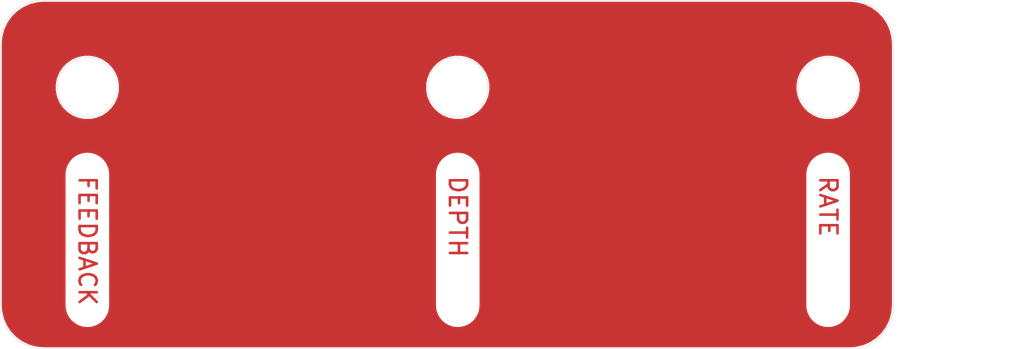
<source format=kicad_pcb>
(kicad_pcb (version 20171130) (host pcbnew "(5.1.4)-1")

  (general
    (thickness 1.6)
    (drawings 20)
    (tracks 0)
    (zones 0)
    (modules 0)
    (nets 1)
  )

  (page A4)
  (layers
    (0 F.Cu signal)
    (31 B.Cu signal)
    (32 B.Adhes user)
    (33 F.Adhes user)
    (34 B.Paste user)
    (35 F.Paste user)
    (36 B.SilkS user)
    (37 F.SilkS user)
    (38 B.Mask user)
    (39 F.Mask user)
    (40 Dwgs.User user)
    (41 Cmts.User user)
    (42 Eco1.User user)
    (43 Eco2.User user)
    (44 Edge.Cuts user)
    (45 Margin user)
    (46 B.CrtYd user)
    (47 F.CrtYd user)
    (48 B.Fab user)
    (49 F.Fab user)
  )

  (setup
    (last_trace_width 0.2)
    (trace_clearance 0.1524)
    (zone_clearance 0.1524)
    (zone_45_only no)
    (trace_min 0.1524)
    (via_size 0.8)
    (via_drill 0.4)
    (via_min_size 0.4)
    (via_min_drill 0.254)
    (uvia_size 0.3)
    (uvia_drill 0.1)
    (uvias_allowed no)
    (uvia_min_size 0.2)
    (uvia_min_drill 0.1)
    (edge_width 0.05)
    (segment_width 0.2)
    (pcb_text_width 0.3)
    (pcb_text_size 1.5 1.5)
    (mod_edge_width 0.12)
    (mod_text_size 1 1)
    (mod_text_width 0.15)
    (pad_size 2.4 1.6)
    (pad_drill 0.8)
    (pad_to_mask_clearance 0.051)
    (solder_mask_min_width 0.1016)
    (aux_axis_origin 0 0)
    (visible_elements 7FFFFFFF)
    (pcbplotparams
      (layerselection 0x010c0_ffffffff)
      (usegerberextensions false)
      (usegerberattributes false)
      (usegerberadvancedattributes false)
      (creategerberjobfile false)
      (excludeedgelayer false)
      (linewidth 0.100000)
      (plotframeref false)
      (viasonmask false)
      (mode 1)
      (useauxorigin false)
      (hpglpennumber 1)
      (hpglpenspeed 20)
      (hpglpendiameter 15.000000)
      (psnegative false)
      (psa4output false)
      (plotreference false)
      (plotvalue false)
      (plotinvisibletext false)
      (padsonsilk false)
      (subtractmaskfromsilk false)
      (outputformat 1)
      (mirror false)
      (drillshape 0)
      (scaleselection 1)
      (outputdirectory "gerber/"))
  )

  (net 0 "")

  (net_class Default "This is the default net class."
    (clearance 0.1524)
    (trace_width 0.2)
    (via_dia 0.8)
    (via_drill 0.4)
    (uvia_dia 0.3)
    (uvia_drill 0.1)
  )

  (net_class Power ""
    (clearance 0.25)
    (trace_width 0.3)
    (via_dia 0.8)
    (via_drill 0.4)
    (uvia_dia 0.3)
    (uvia_drill 0.1)
  )

  (gr_text FEEDBACK (at 93.98 71.12 270) (layer F.Cu) (tstamp 5D8C6F7B)
    (effects (font (size 2 2) (thickness 0.3)) (justify left))
  )
  (gr_text DEPTH (at 137.16 71.12 270) (layer F.Cu) (tstamp 5D8C6F78)
    (effects (font (size 2 2) (thickness 0.3)) (justify left))
  )
  (gr_arc (start 182.88 55.88) (end 187.96 55.88) (angle -90) (layer Edge.Cuts) (width 0.05) (tstamp 5D8C6F15))
  (gr_arc (start 182.88 86.36) (end 182.88 91.44) (angle -90) (layer Edge.Cuts) (width 0.05) (tstamp 5D8C6F12))
  (gr_arc (start 88.9 86.36) (end 83.82 86.36) (angle -90) (layer Edge.Cuts) (width 0.05) (tstamp 5D8C6F0F))
  (gr_arc (start 88.9 55.88) (end 88.9 50.8) (angle -90) (layer Edge.Cuts) (width 0.05))
  (gr_text RATE (at 180.34 71.12 270) (layer F.Cu) (tstamp 5D8C6EB2)
    (effects (font (size 2 2) (thickness 0.3)) (justify left))
  )
  (gr_text DEPTH (at 137.16 71.12 270) (layer F.Mask) (tstamp 5D8C6EAF)
    (effects (font (size 2 2) (thickness 0.3)) (justify left))
  )
  (gr_text FEEDBACK (at 93.98 71.12 270) (layer F.Mask)
    (effects (font (size 2 2) (thickness 0.3)) (justify left))
  )
  (gr_line (start 88.9 50.8) (end 180.34 50.8) (layer Edge.Cuts) (width 0.05) (tstamp 5D8C6E94))
  (gr_line (start 83.82 63.5) (end 83.82 55.88) (layer Edge.Cuts) (width 0.05))
  (gr_line (start 83.82 86.36) (end 83.82 63.5) (layer Edge.Cuts) (width 0.05))
  (gr_line (start 124.46 91.44) (end 88.9 91.44) (layer Edge.Cuts) (width 0.05))
  (gr_line (start 182.88 91.44) (end 124.46 91.44) (layer Edge.Cuts) (width 0.05))
  (gr_line (start 187.96 71.12) (end 187.96 86.36) (layer Edge.Cuts) (width 0.05))
  (gr_line (start 187.96 55.88) (end 187.96 71.12) (layer Edge.Cuts) (width 0.05))
  (gr_line (start 180.34 50.8) (end 182.88 50.8) (layer Edge.Cuts) (width 0.05))
  (gr_circle (center 180.34 60.96) (end 180.34 57.46) (layer Edge.Cuts) (width 0.05) (tstamp 5D8C6E6F))
  (gr_circle (center 137.16 60.96) (end 137.16 57.46) (layer Edge.Cuts) (width 0.05) (tstamp 5D8C6E6D))
  (gr_circle (center 93.98 60.96) (end 93.98 57.46) (layer Edge.Cuts) (width 0.05))

  (zone (net 0) (net_name "") (layer F.Cu) (tstamp 0) (hatch edge 0.508)
    (connect_pads (clearance 0.1524))
    (min_thickness 0.254)
    (fill yes (arc_segments 32) (thermal_gap 0.508) (thermal_bridge_width 0.508) (smoothing fillet) (radius 3))
    (polygon
      (pts
        (xy 198.12 55.88) (xy 203.2 55.88) (xy 203.2 60.96) (xy 203.2 66.04) (xy 203.2 88.9)
        (xy 193.04 88.9) (xy 193.04 55.88)
      )
    )
  )
  (zone (net 0) (net_name "") (layer F.Cu) (tstamp 0) (hatch edge 0.508)
    (connect_pads (clearance 0.1524))
    (min_thickness 0.254)
    (fill yes (arc_segments 32) (thermal_gap 0.508) (thermal_bridge_width 0.508) (smoothing fillet) (radius 3))
    (polygon
      (pts
        (xy 83.82 50.8) (xy 83.82 91.44) (xy 187.96 91.44) (xy 187.96 50.8)
      )
    )
    (filled_polygon
      (pts
        (xy 183.725473 51.181066) (xy 184.544216 51.405049) (xy 185.310364 51.770483) (xy 185.999683 52.265808) (xy 186.590397 52.875379)
        (xy 187.063829 53.579918) (xy 187.405018 54.357167) (xy 187.603733 55.184883) (xy 187.6556 55.891169) (xy 187.655601 71.105045)
        (xy 187.6556 71.105055) (xy 187.655601 86.346431) (xy 187.578934 87.205474) (xy 187.354951 88.024216) (xy 186.989517 88.790363)
        (xy 186.494192 89.479683) (xy 185.884618 90.0704) (xy 185.18008 90.54383) (xy 184.402832 90.885018) (xy 183.575115 91.083734)
        (xy 182.868832 91.1356) (xy 88.913558 91.1356) (xy 88.054526 91.058934) (xy 87.235784 90.834951) (xy 86.469637 90.469517)
        (xy 85.780317 89.974192) (xy 85.1896 89.364618) (xy 84.71617 88.66008) (xy 84.374982 87.882832) (xy 84.176266 87.055115)
        (xy 84.1244 86.348832) (xy 84.1244 71.12) (xy 91.313 71.12) (xy 91.313 86.36) (xy 91.313232 86.367668)
        (xy 91.331751 86.673831) (xy 91.333599 86.689056) (xy 91.388888 86.990755) (xy 91.392558 87.005645) (xy 91.483809 87.298479)
        (xy 91.489248 87.312818) (xy 91.615131 87.592519) (xy 91.622258 87.606099) (xy 91.780937 87.868586) (xy 91.789649 87.881207)
        (xy 91.978811 88.122655) (xy 91.98898 88.134135) (xy 92.205865 88.35102) (xy 92.217345 88.361189) (xy 92.458793 88.550351)
        (xy 92.471414 88.559063) (xy 92.733901 88.717742) (xy 92.747481 88.724869) (xy 93.027182 88.850752) (xy 93.041521 88.856191)
        (xy 93.334355 88.947442) (xy 93.349245 88.951112) (xy 93.650944 89.006401) (xy 93.666169 89.008249) (xy 93.972332 89.026768)
        (xy 93.987668 89.026768) (xy 94.293831 89.008249) (xy 94.309056 89.006401) (xy 94.610755 88.951112) (xy 94.625645 88.947442)
        (xy 94.918479 88.856191) (xy 94.932818 88.850752) (xy 95.212519 88.724869) (xy 95.226099 88.717742) (xy 95.488586 88.559063)
        (xy 95.501207 88.550351) (xy 95.742655 88.361189) (xy 95.754135 88.35102) (xy 95.97102 88.134135) (xy 95.981189 88.122655)
        (xy 96.170351 87.881207) (xy 96.179063 87.868586) (xy 96.337742 87.606099) (xy 96.344869 87.592519) (xy 96.470752 87.312818)
        (xy 96.476191 87.298479) (xy 96.567442 87.005645) (xy 96.571112 86.990755) (xy 96.626401 86.689056) (xy 96.628249 86.673831)
        (xy 96.646768 86.367668) (xy 96.647 86.36) (xy 96.647 71.12) (xy 134.493 71.12) (xy 134.493 86.36)
        (xy 134.493232 86.367668) (xy 134.511751 86.673831) (xy 134.513599 86.689056) (xy 134.568888 86.990755) (xy 134.572558 87.005645)
        (xy 134.663809 87.298479) (xy 134.669248 87.312818) (xy 134.795131 87.592519) (xy 134.802258 87.606099) (xy 134.960937 87.868586)
        (xy 134.969649 87.881207) (xy 135.158811 88.122655) (xy 135.16898 88.134135) (xy 135.385865 88.35102) (xy 135.397345 88.361189)
        (xy 135.638793 88.550351) (xy 135.651414 88.559063) (xy 135.913901 88.717742) (xy 135.927481 88.724869) (xy 136.207182 88.850752)
        (xy 136.221521 88.856191) (xy 136.514355 88.947442) (xy 136.529245 88.951112) (xy 136.830944 89.006401) (xy 136.846169 89.008249)
        (xy 137.152332 89.026768) (xy 137.167668 89.026768) (xy 137.473831 89.008249) (xy 137.489056 89.006401) (xy 137.790755 88.951112)
        (xy 137.805645 88.947442) (xy 138.098479 88.856191) (xy 138.112818 88.850752) (xy 138.392519 88.724869) (xy 138.406099 88.717742)
        (xy 138.668586 88.559063) (xy 138.681207 88.550351) (xy 138.922655 88.361189) (xy 138.934135 88.35102) (xy 139.15102 88.134135)
        (xy 139.161189 88.122655) (xy 139.350351 87.881207) (xy 139.359063 87.868586) (xy 139.517742 87.606099) (xy 139.524869 87.592519)
        (xy 139.650752 87.312818) (xy 139.656191 87.298479) (xy 139.747442 87.005645) (xy 139.751112 86.990755) (xy 139.806401 86.689056)
        (xy 139.808249 86.673831) (xy 139.826768 86.367668) (xy 139.827 86.36) (xy 139.827 71.12) (xy 177.673 71.12)
        (xy 177.673 86.36) (xy 177.673232 86.367668) (xy 177.691751 86.673831) (xy 177.693599 86.689056) (xy 177.748888 86.990755)
        (xy 177.752558 87.005645) (xy 177.843809 87.298479) (xy 177.849248 87.312818) (xy 177.975131 87.592519) (xy 177.982258 87.606099)
        (xy 178.140937 87.868586) (xy 178.149649 87.881207) (xy 178.338811 88.122655) (xy 178.34898 88.134135) (xy 178.565865 88.35102)
        (xy 178.577345 88.361189) (xy 178.818793 88.550351) (xy 178.831414 88.559063) (xy 179.093901 88.717742) (xy 179.107481 88.724869)
        (xy 179.387182 88.850752) (xy 179.401521 88.856191) (xy 179.694355 88.947442) (xy 179.709245 88.951112) (xy 180.010944 89.006401)
        (xy 180.026169 89.008249) (xy 180.332332 89.026768) (xy 180.347668 89.026768) (xy 180.653831 89.008249) (xy 180.669056 89.006401)
        (xy 180.970755 88.951112) (xy 180.985645 88.947442) (xy 181.278479 88.856191) (xy 181.292818 88.850752) (xy 181.572519 88.724869)
        (xy 181.586099 88.717742) (xy 181.848586 88.559063) (xy 181.861207 88.550351) (xy 182.102655 88.361189) (xy 182.114135 88.35102)
        (xy 182.33102 88.134135) (xy 182.341189 88.122655) (xy 182.530351 87.881207) (xy 182.539063 87.868586) (xy 182.697742 87.606099)
        (xy 182.704869 87.592519) (xy 182.830752 87.312818) (xy 182.836191 87.298479) (xy 182.927442 87.005645) (xy 182.931112 86.990755)
        (xy 182.986401 86.689056) (xy 182.988249 86.673831) (xy 183.006768 86.367668) (xy 183.007 86.36) (xy 183.007 71.12)
        (xy 183.006768 71.112332) (xy 182.988249 70.806169) (xy 182.986401 70.790944) (xy 182.931112 70.489245) (xy 182.927442 70.474355)
        (xy 182.836191 70.181521) (xy 182.830752 70.167182) (xy 182.704869 69.887481) (xy 182.697742 69.873901) (xy 182.539063 69.611414)
        (xy 182.530351 69.598793) (xy 182.341189 69.357345) (xy 182.33102 69.345865) (xy 182.114135 69.12898) (xy 182.102655 69.118811)
        (xy 181.861207 68.929649) (xy 181.848586 68.920937) (xy 181.586099 68.762258) (xy 181.572519 68.755131) (xy 181.292818 68.629248)
        (xy 181.278479 68.623809) (xy 180.985645 68.532558) (xy 180.970755 68.528888) (xy 180.669056 68.473599) (xy 180.653831 68.471751)
        (xy 180.347668 68.453232) (xy 180.332332 68.453232) (xy 180.026169 68.471751) (xy 180.010944 68.473599) (xy 179.709245 68.528888)
        (xy 179.694355 68.532558) (xy 179.401521 68.623809) (xy 179.387182 68.629248) (xy 179.107481 68.755131) (xy 179.093901 68.762258)
        (xy 178.831414 68.920937) (xy 178.818793 68.929649) (xy 178.577345 69.118811) (xy 178.565865 69.12898) (xy 178.34898 69.345865)
        (xy 178.338811 69.357345) (xy 178.149649 69.598793) (xy 178.140937 69.611414) (xy 177.982258 69.873901) (xy 177.975131 69.887481)
        (xy 177.849248 70.167182) (xy 177.843809 70.181521) (xy 177.752558 70.474355) (xy 177.748888 70.489245) (xy 177.693599 70.790944)
        (xy 177.691751 70.806169) (xy 177.673232 71.112332) (xy 177.673 71.12) (xy 139.827 71.12) (xy 139.826768 71.112332)
        (xy 139.808249 70.806169) (xy 139.806401 70.790944) (xy 139.751112 70.489245) (xy 139.747442 70.474355) (xy 139.656191 70.181521)
        (xy 139.650752 70.167182) (xy 139.524869 69.887481) (xy 139.517742 69.873901) (xy 139.359063 69.611414) (xy 139.350351 69.598793)
        (xy 139.161189 69.357345) (xy 139.15102 69.345865) (xy 138.934135 69.12898) (xy 138.922655 69.118811) (xy 138.681207 68.929649)
        (xy 138.668586 68.920937) (xy 138.406099 68.762258) (xy 138.392519 68.755131) (xy 138.112818 68.629248) (xy 138.098479 68.623809)
        (xy 137.805645 68.532558) (xy 137.790755 68.528888) (xy 137.489056 68.473599) (xy 137.473831 68.471751) (xy 137.167668 68.453232)
        (xy 137.152332 68.453232) (xy 136.846169 68.471751) (xy 136.830944 68.473599) (xy 136.529245 68.528888) (xy 136.514355 68.532558)
        (xy 136.221521 68.623809) (xy 136.207182 68.629248) (xy 135.927481 68.755131) (xy 135.913901 68.762258) (xy 135.651414 68.920937)
        (xy 135.638793 68.929649) (xy 135.397345 69.118811) (xy 135.385865 69.12898) (xy 135.16898 69.345865) (xy 135.158811 69.357345)
        (xy 134.969649 69.598793) (xy 134.960937 69.611414) (xy 134.802258 69.873901) (xy 134.795131 69.887481) (xy 134.669248 70.167182)
        (xy 134.663809 70.181521) (xy 134.572558 70.474355) (xy 134.568888 70.489245) (xy 134.513599 70.790944) (xy 134.511751 70.806169)
        (xy 134.493232 71.112332) (xy 134.493 71.12) (xy 96.647 71.12) (xy 96.646768 71.112332) (xy 96.628249 70.806169)
        (xy 96.626401 70.790944) (xy 96.571112 70.489245) (xy 96.567442 70.474355) (xy 96.476191 70.181521) (xy 96.470752 70.167182)
        (xy 96.344869 69.887481) (xy 96.337742 69.873901) (xy 96.179063 69.611414) (xy 96.170351 69.598793) (xy 95.981189 69.357345)
        (xy 95.97102 69.345865) (xy 95.754135 69.12898) (xy 95.742655 69.118811) (xy 95.501207 68.929649) (xy 95.488586 68.920937)
        (xy 95.226099 68.762258) (xy 95.212519 68.755131) (xy 94.932818 68.629248) (xy 94.918479 68.623809) (xy 94.625645 68.532558)
        (xy 94.610755 68.528888) (xy 94.309056 68.473599) (xy 94.293831 68.471751) (xy 93.987668 68.453232) (xy 93.972332 68.453232)
        (xy 93.666169 68.471751) (xy 93.650944 68.473599) (xy 93.349245 68.528888) (xy 93.334355 68.532558) (xy 93.041521 68.623809)
        (xy 93.027182 68.629248) (xy 92.747481 68.755131) (xy 92.733901 68.762258) (xy 92.471414 68.920937) (xy 92.458793 68.929649)
        (xy 92.217345 69.118811) (xy 92.205865 69.12898) (xy 91.98898 69.345865) (xy 91.978811 69.357345) (xy 91.789649 69.598793)
        (xy 91.780937 69.611414) (xy 91.622258 69.873901) (xy 91.615131 69.887481) (xy 91.489248 70.167182) (xy 91.483809 70.181521)
        (xy 91.392558 70.474355) (xy 91.388888 70.489245) (xy 91.333599 70.790944) (xy 91.331751 70.806169) (xy 91.313232 71.112332)
        (xy 91.313 71.12) (xy 84.1244 71.12) (xy 84.1244 60.585143) (xy 90.174016 60.585143) (xy 90.174016 61.334857)
        (xy 90.320277 62.070165) (xy 90.60718 62.76281) (xy 91.023699 63.386174) (xy 91.553826 63.916301) (xy 92.17719 64.33282)
        (xy 92.869835 64.619723) (xy 93.605143 64.765984) (xy 94.354857 64.765984) (xy 95.090165 64.619723) (xy 95.78281 64.33282)
        (xy 96.406174 63.916301) (xy 96.936301 63.386174) (xy 97.35282 62.76281) (xy 97.639723 62.070165) (xy 97.785984 61.334857)
        (xy 97.785984 60.585143) (xy 133.354016 60.585143) (xy 133.354016 61.334857) (xy 133.500277 62.070165) (xy 133.78718 62.76281)
        (xy 134.203699 63.386174) (xy 134.733826 63.916301) (xy 135.35719 64.33282) (xy 136.049835 64.619723) (xy 136.785143 64.765984)
        (xy 137.534857 64.765984) (xy 138.270165 64.619723) (xy 138.96281 64.33282) (xy 139.586174 63.916301) (xy 140.116301 63.386174)
        (xy 140.53282 62.76281) (xy 140.819723 62.070165) (xy 140.965984 61.334857) (xy 140.965984 60.585143) (xy 176.534016 60.585143)
        (xy 176.534016 61.334857) (xy 176.680277 62.070165) (xy 176.96718 62.76281) (xy 177.383699 63.386174) (xy 177.913826 63.916301)
        (xy 178.53719 64.33282) (xy 179.229835 64.619723) (xy 179.965143 64.765984) (xy 180.714857 64.765984) (xy 181.450165 64.619723)
        (xy 182.14281 64.33282) (xy 182.766174 63.916301) (xy 183.296301 63.386174) (xy 183.71282 62.76281) (xy 183.999723 62.070165)
        (xy 184.145984 61.334857) (xy 184.145984 60.585143) (xy 183.999723 59.849835) (xy 183.71282 59.15719) (xy 183.296301 58.533826)
        (xy 182.766174 58.003699) (xy 182.14281 57.58718) (xy 181.450165 57.300277) (xy 180.714857 57.154016) (xy 179.965143 57.154016)
        (xy 179.229835 57.300277) (xy 178.53719 57.58718) (xy 177.913826 58.003699) (xy 177.383699 58.533826) (xy 176.96718 59.15719)
        (xy 176.680277 59.849835) (xy 176.534016 60.585143) (xy 140.965984 60.585143) (xy 140.819723 59.849835) (xy 140.53282 59.15719)
        (xy 140.116301 58.533826) (xy 139.586174 58.003699) (xy 138.96281 57.58718) (xy 138.270165 57.300277) (xy 137.534857 57.154016)
        (xy 136.785143 57.154016) (xy 136.049835 57.300277) (xy 135.35719 57.58718) (xy 134.733826 58.003699) (xy 134.203699 58.533826)
        (xy 133.78718 59.15719) (xy 133.500277 59.849835) (xy 133.354016 60.585143) (xy 97.785984 60.585143) (xy 97.639723 59.849835)
        (xy 97.35282 59.15719) (xy 96.936301 58.533826) (xy 96.406174 58.003699) (xy 95.78281 57.58718) (xy 95.090165 57.300277)
        (xy 94.354857 57.154016) (xy 93.605143 57.154016) (xy 92.869835 57.300277) (xy 92.17719 57.58718) (xy 91.553826 58.003699)
        (xy 91.023699 58.533826) (xy 90.60718 59.15719) (xy 90.320277 59.849835) (xy 90.174016 60.585143) (xy 84.1244 60.585143)
        (xy 84.1244 55.893557) (xy 84.201066 55.034527) (xy 84.425049 54.215784) (xy 84.790483 53.449636) (xy 85.285808 52.760317)
        (xy 85.895379 52.169603) (xy 86.599918 51.696171) (xy 87.377167 51.354982) (xy 88.204883 51.156267) (xy 88.911169 51.1044)
        (xy 182.866443 51.1044)
      )
    )
  )
  (zone (net 0) (net_name "") (layer F.Mask) (tstamp 0) (hatch edge 0.508)
    (connect_pads (clearance 0.1524))
    (min_thickness 0.254)
    (fill yes (arc_segments 32) (thermal_gap 0.508) (thermal_bridge_width 0.508))
    (polygon
      (pts
        (xy 83.82 50.8) (xy 83.82 91.44) (xy 187.96 91.44) (xy 187.96 50.8)
      )
    )
    (filled_polygon
      (pts
        (xy 184.194801 50.973097) (xy 184.617462 51.106361) (xy 185.026901 51.275956) (xy 185.42 51.480591) (xy 185.793768 51.718708)
        (xy 186.145361 51.988494) (xy 186.472102 52.287898) (xy 186.771506 52.614639) (xy 187.041292 52.966232) (xy 187.279409 53.34)
        (xy 187.484044 53.733099) (xy 187.653639 54.142538) (xy 187.786903 54.565199) (xy 187.833 54.77313) (xy 187.833 87.46687)
        (xy 187.786903 87.674801) (xy 187.653639 88.097462) (xy 187.484044 88.506901) (xy 187.279409 88.9) (xy 187.041292 89.273768)
        (xy 186.771506 89.625361) (xy 186.472102 89.952102) (xy 186.145361 90.251506) (xy 185.793768 90.521292) (xy 185.42 90.759409)
        (xy 185.026901 90.964044) (xy 184.617462 91.133639) (xy 184.194801 91.266903) (xy 183.98687 91.313) (xy 87.79313 91.313)
        (xy 87.585199 91.266903) (xy 87.162538 91.133639) (xy 86.753099 90.964044) (xy 86.36 90.759409) (xy 85.986232 90.521292)
        (xy 85.634639 90.251506) (xy 85.307898 89.952102) (xy 85.008494 89.625361) (xy 84.738708 89.273768) (xy 84.500591 88.9)
        (xy 84.295956 88.506901) (xy 84.126361 88.097462) (xy 83.993097 87.674801) (xy 83.947 87.46687) (xy 83.947 60.773722)
        (xy 90.484961 60.773722) (xy 90.484961 61.146278) (xy 90.524561 61.516722) (xy 90.603312 61.880859) (xy 90.720323 62.234562)
        (xy 90.874268 62.573824) (xy 91.063401 62.8948) (xy 91.285581 63.193855) (xy 91.53829 63.467599) (xy 91.818664 63.71293)
        (xy 92.123527 63.92707) (xy 92.449424 64.107592) (xy 92.792664 64.252451) (xy 93.149357 64.360005) (xy 93.515461 64.429035)
        (xy 93.886828 64.45876) (xy 94.259251 64.448842) (xy 94.628511 64.399394) (xy 94.990422 64.310977) (xy 95.340885 64.184592)
        (xy 95.675928 64.021671) (xy 95.991756 63.82406) (xy 96.28479 63.593998) (xy 96.55171 63.334091) (xy 96.789491 63.047286)
        (xy 96.995439 62.73683) (xy 97.167222 62.406243) (xy 97.302892 62.059268) (xy 97.400912 61.699839) (xy 97.460172 61.332027)
        (xy 97.48 60.96) (xy 97.470072 60.773722) (xy 133.664961 60.773722) (xy 133.664961 61.146278) (xy 133.704561 61.516722)
        (xy 133.783312 61.880859) (xy 133.900323 62.234562) (xy 134.054268 62.573824) (xy 134.243401 62.8948) (xy 134.465581 63.193855)
        (xy 134.71829 63.467599) (xy 134.998664 63.71293) (xy 135.303527 63.92707) (xy 135.629424 64.107592) (xy 135.972664 64.252451)
        (xy 136.329357 64.360005) (xy 136.695461 64.429035) (xy 137.066828 64.45876) (xy 137.439251 64.448842) (xy 137.808511 64.399394)
        (xy 138.170422 64.310977) (xy 138.520885 64.184592) (xy 138.855928 64.021671) (xy 139.171756 63.82406) (xy 139.46479 63.593998)
        (xy 139.73171 63.334091) (xy 139.969491 63.047286) (xy 140.175439 62.73683) (xy 140.347222 62.406243) (xy 140.482892 62.059268)
        (xy 140.580912 61.699839) (xy 140.640172 61.332027) (xy 140.66 60.96) (xy 140.650072 60.773722) (xy 176.844961 60.773722)
        (xy 176.844961 61.146278) (xy 176.884561 61.516722) (xy 176.963312 61.880859) (xy 177.080323 62.234562) (xy 177.234268 62.573824)
        (xy 177.423401 62.8948) (xy 177.645581 63.193855) (xy 177.89829 63.467599) (xy 178.178664 63.71293) (xy 178.483527 63.92707)
        (xy 178.809424 64.107592) (xy 179.152664 64.252451) (xy 179.509357 64.360005) (xy 179.875461 64.429035) (xy 180.246828 64.45876)
        (xy 180.619251 64.448842) (xy 180.988511 64.399394) (xy 181.350422 64.310977) (xy 181.700885 64.184592) (xy 182.035928 64.021671)
        (xy 182.351756 63.82406) (xy 182.64479 63.593998) (xy 182.91171 63.334091) (xy 183.149491 63.047286) (xy 183.355439 62.73683)
        (xy 183.527222 62.406243) (xy 183.662892 62.059268) (xy 183.760912 61.699839) (xy 183.820172 61.332027) (xy 183.84 60.96)
        (xy 183.820172 60.587973) (xy 183.760912 60.220161) (xy 183.662892 59.860732) (xy 183.527222 59.513757) (xy 183.355439 59.18317)
        (xy 183.149491 58.872714) (xy 182.91171 58.585909) (xy 182.64479 58.326002) (xy 182.351756 58.09594) (xy 182.035928 57.898329)
        (xy 181.700885 57.735408) (xy 181.350422 57.609023) (xy 180.988511 57.520606) (xy 180.619251 57.471158) (xy 180.246828 57.46124)
        (xy 179.875461 57.490965) (xy 179.509357 57.559995) (xy 179.152664 57.667549) (xy 178.809424 57.812408) (xy 178.483527 57.99293)
        (xy 178.178664 58.20707) (xy 177.89829 58.452401) (xy 177.645581 58.726145) (xy 177.423401 59.0252) (xy 177.234268 59.346176)
        (xy 177.080323 59.685438) (xy 176.963312 60.039141) (xy 176.884561 60.403278) (xy 176.844961 60.773722) (xy 140.650072 60.773722)
        (xy 140.640172 60.587973) (xy 140.580912 60.220161) (xy 140.482892 59.860732) (xy 140.347222 59.513757) (xy 140.175439 59.18317)
        (xy 139.969491 58.872714) (xy 139.73171 58.585909) (xy 139.46479 58.326002) (xy 139.171756 58.09594) (xy 138.855928 57.898329)
        (xy 138.520885 57.735408) (xy 138.170422 57.609023) (xy 137.808511 57.520606) (xy 137.439251 57.471158) (xy 137.066828 57.46124)
        (xy 136.695461 57.490965) (xy 136.329357 57.559995) (xy 135.972664 57.667549) (xy 135.629424 57.812408) (xy 135.303527 57.99293)
        (xy 134.998664 58.20707) (xy 134.71829 58.452401) (xy 134.465581 58.726145) (xy 134.243401 59.0252) (xy 134.054268 59.346176)
        (xy 133.900323 59.685438) (xy 133.783312 60.039141) (xy 133.704561 60.403278) (xy 133.664961 60.773722) (xy 97.470072 60.773722)
        (xy 97.460172 60.587973) (xy 97.400912 60.220161) (xy 97.302892 59.860732) (xy 97.167222 59.513757) (xy 96.995439 59.18317)
        (xy 96.789491 58.872714) (xy 96.55171 58.585909) (xy 96.28479 58.326002) (xy 95.991756 58.09594) (xy 95.675928 57.898329)
        (xy 95.340885 57.735408) (xy 94.990422 57.609023) (xy 94.628511 57.520606) (xy 94.259251 57.471158) (xy 93.886828 57.46124)
        (xy 93.515461 57.490965) (xy 93.149357 57.559995) (xy 92.792664 57.667549) (xy 92.449424 57.812408) (xy 92.123527 57.99293)
        (xy 91.818664 58.20707) (xy 91.53829 58.452401) (xy 91.285581 58.726145) (xy 91.063401 59.0252) (xy 90.874268 59.346176)
        (xy 90.720323 59.685438) (xy 90.603312 60.039141) (xy 90.524561 60.403278) (xy 90.484961 60.773722) (xy 83.947 60.773722)
        (xy 83.947 54.77313) (xy 83.993097 54.565199) (xy 84.126361 54.142538) (xy 84.295956 53.733099) (xy 84.500591 53.34)
        (xy 84.738708 52.966232) (xy 85.008494 52.614639) (xy 85.307898 52.287898) (xy 85.634639 51.988494) (xy 85.986232 51.718708)
        (xy 86.36 51.480591) (xy 86.753099 51.275956) (xy 87.162538 51.106361) (xy 87.585199 50.973097) (xy 87.79313 50.927)
        (xy 183.98687 50.927)
      )
    )
  )
  (zone (net 0) (net_name "") (layer F.Cu) (tstamp 0) (hatch edge 0.508)
    (connect_pads (clearance 0.1524))
    (min_thickness 0.254)
    (keepout (tracks not_allowed) (vias not_allowed) (copperpour not_allowed))
    (fill (arc_segments 32) (thermal_gap 0.508) (thermal_bridge_width 0.508) (smoothing fillet) (radius 3))
    (polygon
      (pts
        (xy 177.8 68.58) (xy 177.8 88.9) (xy 182.88 88.9) (xy 182.88 68.58)
      )
    )
  )
  (zone (net 0) (net_name "") (layer F.Cu) (tstamp 5D8C6F6C) (hatch edge 0.508)
    (connect_pads (clearance 0.1524))
    (min_thickness 0.254)
    (keepout (tracks not_allowed) (vias not_allowed) (copperpour not_allowed))
    (fill (arc_segments 32) (thermal_gap 0.508) (thermal_bridge_width 0.508) (smoothing fillet) (radius 3))
    (polygon
      (pts
        (xy 134.62 68.58) (xy 134.62 88.9) (xy 139.7 88.9) (xy 139.7 68.58)
      )
    )
  )
  (zone (net 0) (net_name "") (layer F.Cu) (tstamp 5D8C6F6E) (hatch edge 0.508)
    (connect_pads (clearance 0.1524))
    (min_thickness 0.254)
    (keepout (tracks not_allowed) (vias not_allowed) (copperpour not_allowed))
    (fill (arc_segments 32) (thermal_gap 0.508) (thermal_bridge_width 0.508) (smoothing fillet) (radius 3))
    (polygon
      (pts
        (xy 91.44 68.58) (xy 91.44 88.9) (xy 96.52 88.9) (xy 96.52 68.58)
      )
    )
  )
)

</source>
